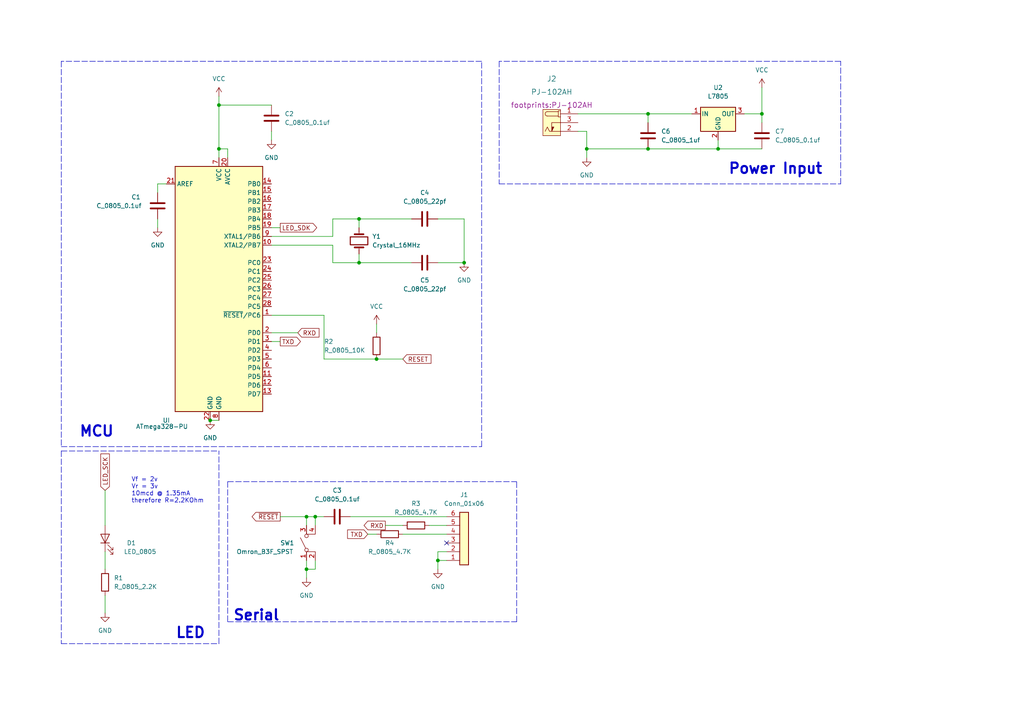
<source format=kicad_sch>
(kicad_sch (version 20211123) (generator eeschema)
  (paper "A4")
  (lib_symbols
    (symbol "HPS:ATmega328-PU"
      (property "Reference" "U" (at -11.43 39.37 0))
      (property "Value" "ATmega328-PU" (at -17.78 38.1 0))
      (symbol "ATmega328-PU_0_1"
        (rectangle (start -12.7 -35.56) (end 12.7 35.56) (stroke (width 0.254)) (fill (type background)))
      )
      (symbol "ATmega328-PU_1_1"
        (pin tri_state line (at 15.24 -7.62 180) (length 2.54) (name "~{RESET}/PC6") (number "1"))
        (pin tri_state line (at 15.24 12.7 180) (length 2.54) (name "XTAL2/PB7") (number "10"))
        (pin tri_state line (at 15.24 -25.4 180) (length 2.54) (name "PD5") (number "11"))
        (pin tri_state line (at 15.24 -27.94 180) (length 2.54) (name "PD6") (number "12"))
        (pin tri_state line (at 15.24 -30.48 180) (length 2.54) (name "PD7") (number "13"))
        (pin tri_state line (at 15.24 30.48 180) (length 2.54) (name "PB0") (number "14"))
        (pin tri_state line (at 15.24 27.94 180) (length 2.54) (name "PB1") (number "15"))
        (pin tri_state line (at 15.24 25.4 180) (length 2.54) (name "PB2") (number "16"))
        (pin tri_state line (at 15.24 22.86 180) (length 2.54) (name "PB3") (number "17"))
        (pin tri_state line (at 15.24 20.32 180) (length 2.54) (name "PB4") (number "18"))
        (pin tri_state line (at 15.24 17.78 180) (length 2.54) (name "PB5") (number "19"))
        (pin tri_state line (at 15.24 -12.7 180) (length 2.54) (name "PD0") (number "2"))
        (pin power_in line (at 2.54 38.1 270) (length 2.54) (name "AVCC") (number "20"))
        (pin passive line (at -15.24 30.48 0) (length 2.54) (name "AREF") (number "21"))
        (pin power_in line (at -2.54 -38.1 90) (length 2.54) (name "GND") (number "22"))
        (pin tri_state line (at 15.24 7.62 180) (length 2.54) (name "PC0") (number "23"))
        (pin tri_state line (at 15.24 5.08 180) (length 2.54) (name "PC1") (number "24"))
        (pin tri_state line (at 15.24 2.54 180) (length 2.54) (name "PC2") (number "25"))
        (pin tri_state line (at 15.24 0 180) (length 2.54) (name "PC3") (number "26"))
        (pin tri_state line (at 15.24 -2.54 180) (length 2.54) (name "PC4") (number "27"))
        (pin tri_state line (at 15.24 -5.08 180) (length 2.54) (name "PC5") (number "28"))
        (pin tri_state line (at 15.24 -15.24 180) (length 2.54) (name "PD1") (number "3"))
        (pin tri_state line (at 15.24 -17.78 180) (length 2.54) (name "PD2") (number "4"))
        (pin tri_state line (at 15.24 -20.32 180) (length 2.54) (name "PD3") (number "5"))
        (pin tri_state line (at 15.24 -22.86 180) (length 2.54) (name "PD4") (number "6"))
        (pin power_in line (at 0 38.1 270) (length 2.54) (name "VCC") (number "7"))
        (pin power_in line (at 0 -38.1 90) (length 2.54) (name "GND") (number "8"))
        (pin tri_state line (at 15.24 15.24 180) (length 2.54) (name "XTAL1/PB6") (number "9"))
      )
    )
    (symbol "HPS:C_0805_0.1uf" (pin_numbers hide) (pin_names (offset 0.254))
      (property "Reference" "C" (at 0.635 2.54 0))
      (property "Value" "C_0805_0.1uf" (at 0.635 -2.54 0))
      (symbol "C_0805_0.1uf_0_1"
        (polyline (pts (xy -2.032 -0.762) (xy 2.032 -0.762)) (stroke (width 0.508)))
        (polyline (pts (xy -2.032 0.762) (xy 2.032 0.762)) (stroke (width 0.508)))
      )
      (symbol "C_0805_0.1uf_1_1"
        (pin passive line (at 0 3.81 270) (length 2.794) (name "~") (number "1"))
        (pin passive line (at 0 -3.81 90) (length 2.794) (name "~") (number "2"))
      )
    )
    (symbol "HPS:C_0805_1uf" (pin_numbers hide) (pin_names (offset 0.254))
      (property "Reference" "C" (at 0.635 2.54 0))
      (property "Value" "C_0805_1uf" (at 0.635 -2.54 0))
      (symbol "C_0805_1uf_0_1"
        (polyline (pts (xy -2.032 -0.762) (xy 2.032 -0.762)) (stroke (width 0.508)))
        (polyline (pts (xy -2.032 0.762) (xy 2.032 0.762)) (stroke (width 0.508)))
      )
      (symbol "C_0805_1uf_1_1"
        (pin passive line (at 0 3.81 270) (length 2.794) (name "~") (number "1"))
        (pin passive line (at 0 -3.81 90) (length 2.794) (name "~") (number "2"))
      )
    )
    (symbol "HPS:C_0805_22pf" (pin_numbers hide) (pin_names (offset 0.254))
      (property "Reference" "C" (at 0.635 2.54 0))
      (property "Value" "C_0805_22pf" (at 0.635 -2.54 0))
      (symbol "C_0805_22pf_0_1"
        (polyline (pts (xy -2.032 -0.762) (xy 2.032 -0.762)) (stroke (width 0.508)))
        (polyline (pts (xy -2.032 0.762) (xy 2.032 0.762)) (stroke (width 0.508)))
      )
      (symbol "C_0805_22pf_1_1"
        (pin passive line (at 0 3.81 270) (length 2.794) (name "~") (number "1"))
        (pin passive line (at 0 -3.81 90) (length 2.794) (name "~") (number "2"))
      )
    )
    (symbol "HPS:Conn_01x06" (pin_names (offset 1.016) hide)
      (property "Reference" "J" (at 0 7.62 0))
      (property "Value" "Conn_01x06" (at 0 -10.16 0))
      (symbol "Conn_01x06_1_1"
        (rectangle (start -1.27 6.35) (end 1.27 -8.89) (stroke (width 0.254)) (fill (type background)))
        (pin passive line (at -5.08 5.08 0) (length 3.81) (name "Pin_1") (number "1"))
        (pin passive line (at -5.08 2.54 0) (length 3.81) (name "Pin_2") (number "2"))
        (pin passive line (at -5.08 0 0) (length 3.81) (name "Pin_3") (number "3"))
        (pin passive line (at -5.08 -2.54 0) (length 3.81) (name "Pin_4") (number "4"))
        (pin passive line (at -5.08 -5.08 0) (length 3.81) (name "Pin_5") (number "5"))
        (pin passive line (at -5.08 -7.62 0) (length 3.81) (name "Pin_6") (number "6"))
      )
    )
    (symbol "HPS:Crystal_16MHz" (pin_numbers hide) (pin_names (offset 1.016) hide)
      (property "Reference" "Y" (at 0 3.81 0))
      (property "Value" "Crystal_16MHz" (at 0 -3.81 0))
      (symbol "Crystal_16MHz_0_1"
        (rectangle (start -1.143 2.54) (end 1.143 -2.54) (stroke (width 0.3048)))
        (polyline (pts (xy -2.54 0) (xy -1.905 0)))
        (polyline (pts (xy -1.905 -1.27) (xy -1.905 1.27)) (stroke (width 0.508)))
        (polyline (pts (xy 1.905 -1.27) (xy 1.905 1.27)) (stroke (width 0.508)))
        (polyline (pts (xy 2.54 0) (xy 1.905 0)))
      )
      (symbol "Crystal_16MHz_1_1"
        (pin passive line (at -3.81 0 0) (length 1.27) (name "1") (number "1"))
        (pin passive line (at 3.81 0 180) (length 1.27) (name "2") (number "2"))
      )
    )
    (symbol "HPS:GND" (power) (pin_names (offset 0))
      (property "Value" "GND" (at 0 -3.81 0))
      (symbol "GND_0_1"
        (polyline (pts (xy 0 0) (xy 0 -1.27) (xy 1.27 -1.27) (xy 0 -2.54) (xy -1.27 -1.27) (xy 0 -1.27)))
      )
      (symbol "GND_1_1"
        (pin power_in line (at 0 0 270) (length 0) hide (name "GND") (number "1"))
      )
    )
    (symbol "HPS:LED_0805" (pin_numbers hide) (pin_names (offset 1.016) hide)
      (property "Reference" "D" (at 0 2.54 0))
      (property "Value" "LED_0805" (at 0 -2.54 0))
      (symbol "LED_0805_0_1"
        (polyline (pts (xy -1.27 -1.27) (xy -1.27 1.27)) (stroke (width 0.2032)))
        (polyline (pts (xy -1.27 0) (xy 1.27 0)))
        (polyline (pts (xy 1.27 -1.27) (xy 1.27 1.27) (xy -1.27 0) (xy 1.27 -1.27)) (stroke (width 0.2032)))
        (polyline (pts (xy -3.048 -0.762) (xy -4.572 -2.286) (xy -3.81 -2.286) (xy -4.572 -2.286) (xy -4.572 -1.524)))
        (polyline (pts (xy -1.778 -0.762) (xy -3.302 -2.286) (xy -2.54 -2.286) (xy -3.302 -2.286) (xy -3.302 -1.524)))
      )
      (symbol "LED_0805_1_1"
        (pin passive line (at -3.81 0 0) (length 2.54) (name "K") (number "1"))
        (pin passive line (at 3.81 0 180) (length 2.54) (name "A") (number "2"))
      )
    )
    (symbol "HPS:Omron_B3F_SPST" (pin_names (offset 0) hide)
      (property "Reference" "SW" (at 0 5.08 0))
      (property "Value" "Omron_B3F_SPST" (at 0 2.54 0))
      (symbol "Omron_B3F_SPST_0_0"
        (circle (center -2.032 0) (radius 0.508))
        (polyline (pts (xy -1.524 0.254) (xy 1.524 1.778)))
        (circle (center 2.032 0) (radius 0.508))
      )
      (symbol "Omron_B3F_SPST_0_1"
        (polyline (pts (xy -2.54 0) (xy -2.54 -2.54)))
        (polyline (pts (xy 2.54 -2.54) (xy 2.54 0)))
      )
      (symbol "Omron_B3F_SPST_1_1"
        (pin passive line (at -5.08 0 0) (length 2.54) (name "A") (number "1"))
        (pin passive line (at -5.08 -2.54 0) (length 2.54) (name "A") (number "2"))
        (pin passive line (at 5.08 0 180) (length 2.54) (name "B") (number "3"))
        (pin passive line (at 5.08 -2.54 180) (length 2.54) (name "B") (number "4"))
      )
    )
    (symbol "HPS:PJ-102AH" (pin_names (offset 1.016) hide)
      (property "Reference" "J" (at -2.54 5.08 0))
      (property "Value" "PJ-102AH" (at 0 -5.334 0))
      (property "Footprint" "footprints:PJ-102AH" (at 0 -7.874 0))
      (symbol "PJ-102AH_0_1"
        (arc (start -3.81 3.175) (mid -4.445 2.54) (end -3.81 1.905))
        (polyline (pts (xy -0.635 1.905) (xy -3.81 1.905)))
        (polyline (pts (xy -0.635 1.905) (xy -0.635 3.175)))
        (polyline (pts (xy -0.635 3.175) (xy -3.81 3.175)))
        (polyline (pts (xy -2.54 -1.27) (xy -2.54 0) (xy 0 0)))
        (polyline (pts (xy -0.635 1.905) (xy -0.635 1.651) (xy 0 1.651)))
        (polyline (pts (xy -0.635 3.175) (xy -0.635 3.429) (xy 0 3.429)))
        (polyline (pts (xy -2.54 -2.54) (xy -1.905 -1.27) (xy -2.54 -1.27) (xy -2.54 -2.54)) (fill (type outline)))
        (polyline (pts (xy 0 -2.54) (xy -3.175 -2.54) (xy -3.81 -1.27) (xy -4.445 -2.54)))
        (rectangle (start 0 3.81) (end -5.08 -3.81) (fill (type background)))
      )
      (symbol "PJ-102AH_1_1"
        (pin passive line (at 5.08 2.54 180) (length 5.08) (name "POLE") (number "1"))
        (pin passive line (at 5.08 -2.54 180) (length 5.08) (name "OUT") (number "2"))
        (pin passive line (at 5.08 0 180) (length 5.08) (name "OUT") (number "3"))
      )
    )
    (symbol "HPS:R_0805_10K" (pin_numbers hide) (pin_names (offset 0))
      (property "Reference" "R" (at 2.032 0 90))
      (property "Value" "R_0805_10K" (at -2.54 0 90))
      (symbol "R_0805_10K_0_1"
        (rectangle (start -1.016 -2.54) (end 1.016 2.54) (stroke (width 0.254)))
      )
      (symbol "R_0805_10K_1_1"
        (pin passive line (at 0 3.81 270) (length 1.27) (name "~") (number "1"))
        (pin passive line (at 0 -3.81 90) (length 1.27) (name "~") (number "2"))
      )
    )
    (symbol "HPS:R_0805_2.2K" (pin_numbers hide) (pin_names (offset 0))
      (property "Reference" "R" (at 2.032 0 90))
      (property "Value" "R_0805_2.2K" (at -2.54 0 90))
      (symbol "R_0805_2.2K_0_1"
        (rectangle (start -1.016 -2.54) (end 1.016 2.54) (stroke (width 0.254)))
      )
      (symbol "R_0805_2.2K_1_1"
        (pin passive line (at 0 3.81 270) (length 1.27) (name "~") (number "1"))
        (pin passive line (at 0 -3.81 90) (length 1.27) (name "~") (number "2"))
      )
    )
    (symbol "HPS:R_0805_4.7K" (pin_numbers hide) (pin_names (offset 0))
      (property "Reference" "R" (at 2.032 0 90))
      (property "Value" "R_0805_4.7K" (at -2.54 0 90))
      (symbol "R_0805_4.7K_0_1"
        (rectangle (start -1.016 -2.54) (end 1.016 2.54) (stroke (width 0.254)))
      )
      (symbol "R_0805_4.7K_1_1"
        (pin passive line (at 0 3.81 270) (length 1.27) (name "~") (number "1"))
        (pin passive line (at 0 -3.81 90) (length 1.27) (name "~") (number "2"))
      )
    )
    (symbol "HPS:VCC" (power) (pin_names (offset 0))
      (property "Value" "VCC" (at 0 3.81 0))
      (symbol "VCC_0_1"
        (polyline (pts (xy -0.762 1.27) (xy 0 2.54)))
        (polyline (pts (xy 0 0) (xy 0 2.54)))
        (polyline (pts (xy 0 2.54) (xy 0.762 1.27)))
      )
      (symbol "VCC_1_1"
        (pin power_in line (at 0 0 90) (length 0) hide (name "VCC") (number "1"))
      )
    )
    (symbol "HPS_2:L7805" (pin_names (offset 0.254))
      (property "Reference" "U" (at -3.81 3.175 0))
      (property "Value" "L7805" (at 0 3.175 0))
      (symbol "L7805_0_1"
        (rectangle (start -5.08 1.905) (end 5.08 -5.08) (stroke (width 0.254)) (fill (type background)))
      )
      (symbol "L7805_1_1"
        (pin power_in line (at -7.62 0 0) (length 2.54) (name "IN") (number "1"))
        (pin power_in line (at 0 -7.62 90) (length 2.54) (name "GND") (number "2"))
        (pin power_out line (at 7.62 0 180) (length 2.54) (name "OUT") (number "3"))
      )
    )
  )
  (junction (at 60.96 121.92))
  (junction (at 208.28 43.18))
  (junction (at 109.22 104.14))
  (junction (at 220.98 33.02))
  (junction (at 104.14 63.5))
  (junction (at 63.5 30.48))
  (junction (at 127 162.56))
  (junction (at 187.96 33.02))
  (junction (at 134.62 76.2))
  (junction (at 170.18 43.18))
  (junction (at 88.9 149.86))
  (junction (at 63.5 43.18))
  (junction (at 88.9 165.1))
  (junction (at 104.14 76.2))
  (junction (at 91.44 149.86))
  (junction (at 187.96 43.18))
  (no_connect (at 129.54 157.48))
  (wire (pts (xy 88.9 165.1) (xy 88.9 167.64)))
  (wire (pts (xy 167.64 33.02) (xy 187.96 33.02)))
  (wire (pts (xy 220.98 33.02) (xy 215.9 33.02)))
  (wire (pts (xy 88.9 152.4) (xy 88.9 149.86)))
  (wire (pts (xy 106.68 154.94) (xy 109.22 154.94)))
  (polyline (pts (xy 17.78 130.81) (xy 17.78 186.69)))
  (wire (pts (xy 127 63.5) (xy 134.62 63.5)))
  (wire (pts (xy 45.72 53.34) (xy 45.72 55.88)))
  (polyline (pts (xy 17.78 186.69) (xy 63.5 186.69)))
  (wire (pts (xy 187.96 33.02) (xy 187.96 35.56)))
  (polyline (pts (xy 149.86 180.34) (xy 149.86 139.7)))
  (wire (pts (xy 93.98 91.44) (xy 93.98 104.14)))
  (wire (pts (xy 116.84 154.94) (xy 129.54 154.94)))
  (polyline (pts (xy 144.78 53.34) (xy 243.84 53.34)))
  (polyline (pts (xy 243.84 53.34) (xy 243.84 17.78)))
  (wire (pts (xy 78.74 91.44) (xy 93.98 91.44)))
  (wire (pts (xy 91.44 149.86) (xy 93.98 149.86)))
  (wire (pts (xy 127 160.02) (xy 127 162.56)))
  (wire (pts (xy 78.74 38.1) (xy 78.74 40.64)))
  (wire (pts (xy 48.26 53.34) (xy 45.72 53.34)))
  (wire (pts (xy 63.5 30.48) (xy 78.74 30.48)))
  (wire (pts (xy 93.98 104.14) (xy 109.22 104.14)))
  (wire (pts (xy 45.72 63.5) (xy 45.72 66.04)))
  (wire (pts (xy 208.28 43.18) (xy 220.98 43.18)))
  (wire (pts (xy 208.28 43.18) (xy 187.96 43.18)))
  (wire (pts (xy 170.18 43.18) (xy 187.96 43.18)))
  (wire (pts (xy 96.52 63.5) (xy 96.52 68.58)))
  (polyline (pts (xy 139.7 129.54) (xy 139.7 17.78)))
  (wire (pts (xy 63.5 43.18) (xy 63.5 45.72)))
  (wire (pts (xy 78.74 68.58) (xy 96.52 68.58)))
  (wire (pts (xy 78.74 99.06) (xy 81.28 99.06)))
  (wire (pts (xy 88.9 162.56) (xy 88.9 165.1)))
  (wire (pts (xy 96.52 76.2) (xy 104.14 76.2)))
  (wire (pts (xy 127 162.56) (xy 127 165.1)))
  (wire (pts (xy 124.46 152.4) (xy 129.54 152.4)))
  (polyline (pts (xy 139.7 17.78) (xy 17.78 17.78)))
  (wire (pts (xy 104.14 76.2) (xy 119.38 76.2)))
  (polyline (pts (xy 66.04 139.7) (xy 66.04 180.34)))
  (wire (pts (xy 91.44 165.1) (xy 88.9 165.1)))
  (wire (pts (xy 187.96 33.02) (xy 200.66 33.02)))
  (wire (pts (xy 60.96 121.92) (xy 63.5 121.92)))
  (wire (pts (xy 170.18 43.18) (xy 170.18 45.72)))
  (polyline (pts (xy 243.84 17.78) (xy 144.78 17.78)))
  (wire (pts (xy 167.64 38.1) (xy 170.18 38.1)))
  (wire (pts (xy 129.54 160.02) (xy 127 160.02)))
  (wire (pts (xy 91.44 152.4) (xy 91.44 149.86)))
  (wire (pts (xy 88.9 149.86) (xy 81.28 149.86)))
  (polyline (pts (xy 17.78 130.81) (xy 63.5 130.81)))
  (wire (pts (xy 111.76 152.4) (xy 116.84 152.4)))
  (polyline (pts (xy 17.78 17.78) (xy 17.78 129.54)))
  (polyline (pts (xy 144.78 17.78) (xy 144.78 53.34)))
  (wire (pts (xy 78.74 66.04) (xy 81.28 66.04)))
  (wire (pts (xy 127 76.2) (xy 134.62 76.2)))
  (wire (pts (xy 208.28 40.64) (xy 208.28 43.18)))
  (wire (pts (xy 104.14 63.5) (xy 119.38 63.5)))
  (wire (pts (xy 109.22 104.14) (xy 116.84 104.14)))
  (wire (pts (xy 30.48 172.72) (xy 30.48 177.8)))
  (wire (pts (xy 63.5 43.18) (xy 66.04 43.18)))
  (wire (pts (xy 63.5 30.48) (xy 63.5 43.18)))
  (wire (pts (xy 78.74 71.12) (xy 96.52 71.12)))
  (wire (pts (xy 63.5 27.94) (xy 63.5 30.48)))
  (wire (pts (xy 91.44 162.56) (xy 91.44 165.1)))
  (polyline (pts (xy 66.04 139.7) (xy 149.86 139.7)))
  (wire (pts (xy 66.04 45.72) (xy 66.04 43.18)))
  (wire (pts (xy 134.62 63.5) (xy 134.62 76.2)))
  (polyline (pts (xy 63.5 186.69) (xy 63.5 130.81)))
  (wire (pts (xy 30.48 160.02) (xy 30.48 165.1)))
  (polyline (pts (xy 66.04 180.34) (xy 149.86 180.34)))
  (wire (pts (xy 104.14 66.04) (xy 104.14 63.5)))
  (wire (pts (xy 88.9 149.86) (xy 91.44 149.86)))
  (wire (pts (xy 96.52 71.12) (xy 96.52 76.2)))
  (wire (pts (xy 129.54 162.56) (xy 127 162.56)))
  (wire (pts (xy 86.36 96.52) (xy 78.74 96.52)))
  (wire (pts (xy 96.52 63.5) (xy 104.14 63.5)))
  (wire (pts (xy 220.98 25.4) (xy 220.98 33.02)))
  (wire (pts (xy 170.18 38.1) (xy 170.18 43.18)))
  (polyline (pts (xy 17.78 129.54) (xy 139.7 129.54)))
  (wire (pts (xy 101.6 149.86) (xy 129.54 149.86)))
  (wire (pts (xy 220.98 35.56) (xy 220.98 33.02)))
  (wire (pts (xy 30.48 142.24) (xy 30.48 152.4)))
  (wire (pts (xy 109.22 93.98) (xy 109.22 96.52)))
  (wire (pts (xy 104.14 73.66) (xy 104.14 76.2)))
  (text "LED" (at 50.8 185.42 0) (effects (font (size 3 3) (thickness 0.6) bold) (justify left bottom)))
  (text "Vf = 2v\nVr = 3v\n10mcd @ 1.35mA\ntherefore R=2.2KOhm" (at 38.1 146.05 0) (effects (font (size 1.27 1.27)) (justify left bottom)))
  (text "MCU" (at 22.86 127 0) (effects (font (size 3 3) bold) (justify left bottom)))
  (text "Serial" (at 81.28 180.34 180) (effects (font (size 3 3) (thickness 0.6) bold) (justify right bottom)))
  (text "Power Input" (at 238.76 50.8 180) (effects (font (size 3 3) bold) (justify right bottom)))
  (global_label "RESET" (shape input) (at 116.84 104.14 0) (property "Intersheet References" "${INTERSHEET_REFS}" (effects hide)))
  (global_label "LED_SCK" (shape input) (at 30.48 142.24 90) (property "Intersheet References" "${INTERSHEET_REFS}" (effects hide)))
  (global_label "RXD" (shape input) (at 86.36 96.52 0) (property "Intersheet References" "${INTERSHEET_REFS}" (effects hide)))
  (global_label "RXD" (shape output) (at 111.76 152.4 180) (property "Intersheet References" "${INTERSHEET_REFS}" (effects hide)))
  (global_label "~{RESET}" (shape output) (at 81.28 149.86 180) (property "Intersheet References" "${INTERSHEET_REFS}" (effects hide)))
  (global_label "TXD" (shape input) (at 106.68 154.94 180) (property "Intersheet References" "${INTERSHEET_REFS}" (effects hide)))
  (global_label "TXD" (shape output) (at 81.28 99.06 0) (property "Intersheet References" "${INTERSHEET_REFS}" (effects hide)))
  (global_label "LED_SDK" (shape output) (at 81.28 66.04 0) (property "Intersheet References" "${INTERSHEET_REFS}" (effects hide)))
  (symbol (lib_id "HPS:R_0805_2.2K") (at 30.48 168.91 0) (unit 1)
    (property "Reference" "R1" (at 33.02 167.6399 0) (effects (justify left)))
    (property "Value" "R_0805_2.2K" (at 33.02 170.1799 0) (effects (justify left)))
    (property "Footprint" "footprints:R_0805_2012Metric" (effects hide))
    (property "Datasheet" "https://www.digikey.com/en/products/detail/yageo/RC0805FR-072K2L/727676" (effects hide))
    (property "MFG" "N/A" (effects hide))
    (property "MPN" "N/A" (effects hide))
    (property "Digikey PN" "311-2.20KCRCT-ND" (effects hide))
    (property "Mouser PN" "N/A" (effects hide))
    (property "Power" "N/A" (effects hide))
    (property "Tolerance" "N/A" (effects hide))
  )
  (symbol (lib_id "HPS:GND") (at 45.72 66.04 0) (unit 1)
    (property "Reference" "#PWR?" (effects hide))
    (property "Value" "GND" (at 45.72 71.12 0))
  )
  (symbol (lib_id "HPS:Omron_B3F_SPST") (at 88.9 157.48 90) (unit 1)
    (property "Reference" "SW1" (at 81.28 157.48 90) (effects (justify right)))
    (property "Value" "Omron_B3F_SPST" (at 68.58 160.02 90) (effects (justify right)))
    (property "Footprint" "footprints:SW_SPST_Omron_B3FS-100xP" (effects hide))
    (property "Datasheet" "https://omronfs.omron.com/en_US/ecb/products/pdf/en-b3fs.pdf" (effects hide))
    (property "MFG" "Omron Electronics Inc-EMC Div" (effects hide))
    (property "MPN" "B3FS-1000P" (effects hide))
    (property "Digikey PN" "SW423CT-ND" (effects hide))
    (property "Mouser PN" "N/A" (effects hide))
  )
  (symbol (lib_id "HPS:R_0805_4.7K") (at 120.65 152.4 90) (unit 1)
    (property "Reference" "R3" (at 120.65 146.05 90))
    (property "Value" "R_0805_4.7K" (at 120.65 148.59 90))
    (property "Footprint" "footprints:R_0805_2012Metric" (effects hide))
    (property "Datasheet" "https://www.digikey.com/en/products/detail/yageo/RC0805FR-074K7L/727929" (effects hide))
    (property "MFG" "Yageo" (effects hide))
    (property "MPN" "RC0805FR-074K7L" (effects hide))
    (property "Digikey PN" "311-4.70KCRCT-ND" (effects hide))
    (property "Mouser PN" "N/A" (effects hide))
    (property "Power" "N/A" (effects hide))
    (property "Tolerance" "N/A" (effects hide))
  )
  (symbol (lib_id "HPS:C_0805_0.1uf") (at 45.72 59.69 0) (unit 1)
    (property "Reference" "C1" (at 38.1 57.15 0) (effects (justify left)))
    (property "Value" "C_0805_0.1uf" (at 27.94 59.69 0) (effects (justify left)))
    (property "Footprint" "footprints:C_0805_2012Metric" (effects hide))
    (property "Datasheet" "https://datasheets.avx.com/X7RDielectric.pdf" (effects hide))
    (property "MFG" "AVX Corporation" (effects hide))
    (property "MPN" "08055C104KAT2A" (effects hide))
    (property "Digikey PN" "478-1395-1-ND" (effects hide))
    (property "Mouser PN" "N/A" (effects hide))
    (property "Voltage" "N/A" (effects hide))
    (property "Dielectric" "N/A" (effects hide))
    (property "Tolerance" "N/A" (effects hide))
  )
  (symbol (lib_id "HPS:GND") (at 127 165.1 0) (unit 1)
    (property "Reference" "#PWR?" (effects hide))
    (property "Value" "GND" (at 127 170.18 0))
  )
  (symbol (lib_id "HPS:PJ-102AH") (at 162.56 35.56 0) (unit 1)
    (property "Reference" "J2" (at 160.02 22.86 0) (effects (font (size 1.524 1.524))))
    (property "Value" "PJ-102AH" (at 160.02 26.67 0) (effects (font (size 1.524 1.524))))
    (property "Footprint" "footprints:PJ-102AH" (at 160.02 30.48 0) (effects (font (size 1.524 1.524))))
    (property "Datasheet" "https://www.cuidevices.com/product/resource/pj-102ah.pdf" (effects hide))
    (property "MFG" "CUI Devices" (effects hide))
    (property "MPN" "PJ-102AH" (effects hide))
    (property "Digikey PN" "CP-102AH-ND" (effects hide))
    (property "Mouser PN" "490-PJ-102AH" (effects hide))
  )
  (symbol (lib_id "HPS:GND") (at 170.18 45.72 0) (unit 1)
    (property "Reference" "#PWR?" (effects hide))
    (property "Value" "GND" (at 170.18 50.8 0))
  )
  (symbol (lib_id "HPS:C_0805_0.1uf") (at 78.74 34.29 0) (unit 1)
    (property "Reference" "C2" (at 82.55 33.0199 0) (effects (justify left)))
    (property "Value" "C_0805_0.1uf" (at 82.55 35.5599 0) (effects (justify left)))
    (property "Footprint" "footprints:C_0805_2012Metric" (effects hide))
    (property "Datasheet" "https://datasheets.avx.com/X7RDielectric.pdf" (effects hide))
    (property "MFG" "AVX Corporation" (effects hide))
    (property "MPN" "08055C104KAT2A" (effects hide))
    (property "Digikey PN" "478-1395-1-ND" (effects hide))
    (property "Mouser PN" "N/A" (effects hide))
    (property "Voltage" "N/A" (effects hide))
    (property "Dielectric" "N/A" (effects hide))
    (property "Tolerance" "N/A" (effects hide))
  )
  (symbol (lib_id "HPS:C_0805_22pf") (at 123.19 76.2 90) (unit 1)
    (property "Reference" "C5" (at 123.19 81.28 90))
    (property "Value" "C_0805_22pf" (at 123.19 83.82 90))
    (property "Footprint" "footprints:C_0805_2012Metric" (effects hide))
    (property "Datasheet" "https://www.yageo.com/upload/media/product/productsearch/datasheet/mlcc/UPY-GP_NP0_16V-to-50V_18.pdf" (effects hide))
    (property "MFG" "Yageo" (effects hide))
    (property "MPN" "CC0805JRNPO9BN220" (effects hide))
    (property "Digikey PN" "311-1103-1-ND" (effects hide))
    (property "Mouser PN" "N/A" (effects hide))
    (property "Voltage" "N/A" (effects hide))
    (property "Dielectric" "N/A" (effects hide))
    (property "Tolerance" "N/A" (effects hide))
  )
  (symbol (lib_id "HPS:VCC") (at 63.5 27.94 0) (unit 1)
    (property "Reference" "#PWR?" (effects hide))
    (property "Value" "VCC" (at 63.5 22.86 0))
  )
  (symbol (lib_id "HPS:GND") (at 134.62 76.2 0) (unit 1)
    (property "Reference" "#PWR?" (effects hide))
    (property "Value" "GND" (at 134.62 81.28 0))
  )
  (symbol (lib_id "HPS:Conn_01x06") (at 134.62 157.48 0) (mirror x) (unit 1)
    (property "Reference" "J1" (at 134.62 143.51 0))
    (property "Value" "Conn_01x06" (at 134.62 146.05 0))
    (property "Footprint" "footprints:PinHeader_1x06_P2.54mm_Vertical" (effects hide))
    (property "Datasheet" "https://www.we-online.de/katalog/datasheet/6130xx11121.pdf" (effects hide))
    (property "MFG" "Würth Elektronik" (effects hide))
    (property "MPN" "61300611121" (effects hide))
    (property "Digikey PN" "732-5319-ND" (effects hide))
    (property "Mouser PN" "N/A" (effects hide))
  )
  (symbol (lib_id "HPS:GND") (at 60.96 121.92 0) (unit 1)
    (property "Reference" "#PWR?" (effects hide))
    (property "Value" "GND" (at 60.96 127 0))
  )
  (symbol (lib_id "HPS:VCC") (at 109.22 93.98 0) (unit 1)
    (property "Reference" "#PWR?" (effects hide))
    (property "Value" "VCC" (at 109.22 88.9 0))
  )
  (symbol (lib_id "HPS:C_0805_22pf") (at 123.19 63.5 270) (unit 1)
    (property "Reference" "C4" (at 123.19 55.88 90))
    (property "Value" "C_0805_22pf" (at 123.19 58.42 90))
    (property "Footprint" "footprints:C_0805_2012Metric" (effects hide))
    (property "Datasheet" "https://www.yageo.com/upload/media/product/productsearch/datasheet/mlcc/UPY-GP_NP0_16V-to-50V_18.pdf" (effects hide))
    (property "MFG" "Yageo" (effects hide))
    (property "MPN" "CC0805JRNPO9BN220" (effects hide))
    (property "Digikey PN" "311-1103-1-ND" (effects hide))
    (property "Mouser PN" "N/A" (effects hide))
    (property "Voltage" "N/A" (effects hide))
    (property "Dielectric" "N/A" (effects hide))
    (property "Tolerance" "N/A" (effects hide))
  )
  (symbol (lib_id "HPS:GND") (at 78.74 40.64 0) (unit 1)
    (property "Reference" "#PWR?" (effects hide))
    (property "Value" "GND" (at 78.74 45.72 0))
  )
  (symbol (lib_id "HPS:LED_0805") (at 30.48 156.21 90) (unit 1)
    (property "Reference" "D1" (at 38.1 157.48 90))
    (property "Value" "LED_0805" (at 40.64 160.02 90))
    (property "Footprint" "footprints:LED_0805_2012Metric" (effects hide))
    (property "Datasheet" "https://www.we-online.de/katalog/datasheet/150080RS75000.pdf" (effects hide))
    (property "MFG" "Würth Elektronik" (effects hide))
    (property "MPN" "150080RS75000" (effects hide))
    (property "Digikey PN" "732-4984-1-ND" (effects hide))
    (property "Mouser PN" "N/A" (effects hide))
  )
  (symbol (lib_id "HPS:GND") (at 30.48 177.8 0) (unit 1)
    (property "Reference" "#PWR?" (effects hide))
    (property "Value" "GND" (at 30.48 182.88 0))
  )
  (symbol (lib_id "HPS:R_0805_4.7K") (at 113.03 154.94 270) (mirror x) (unit 1)
    (property "Reference" "R4" (at 113.03 157.48 90))
    (property "Value" "R_0805_4.7K" (at 113.03 160.02 90))
    (property "Footprint" "footprints:R_0805_2012Metric" (effects hide))
    (property "Datasheet" "https://www.digikey.com/en/products/detail/yageo/RC0805FR-074K7L/727929" (effects hide))
    (property "MFG" "Yageo" (effects hide))
    (property "MPN" "RC0805FR-074K7L" (effects hide))
    (property "Digikey PN" "311-4.70KCRCT-ND" (effects hide))
    (property "Mouser PN" "N/A" (effects hide))
    (property "Power" "N/A" (effects hide))
    (property "Tolerance" "N/A" (effects hide))
  )
  (symbol (lib_id "HPS:C_0805_0.1uf") (at 97.79 149.86 90) (unit 1)
    (property "Reference" "C3" (at 97.79 142.24 90))
    (property "Value" "C_0805_0.1uf" (at 97.79 144.78 90))
    (property "Footprint" "footprints:C_0805_2012Metric" (effects hide))
    (property "Datasheet" "https://datasheets.avx.com/X7RDielectric.pdf" (effects hide))
    (property "MFG" "AVX Corporation" (effects hide))
    (property "MPN" "08055C104KAT2A" (effects hide))
    (property "Digikey PN" "478-1395-1-ND" (effects hide))
    (property "Mouser PN" "N/A" (effects hide))
    (property "Voltage" "N/A" (effects hide))
    (property "Dielectric" "N/A" (effects hide))
    (property "Tolerance" "N/A" (effects hide))
  )
  (symbol (lib_id "HPS:ATmega328-PU") (at 63.5 83.82 0) (unit 1)
    (property "Reference" "UI" (at 48.26 121.92 0))
    (property "Value" "ATmega328-PU" (at 46.99 123.7107 0))
    (property "Footprint" "footprints:DIP-28_W7.62mm" (effects hide))
    (property "Datasheet" "http://www.microchip.com/mymicrochip/filehandler.aspx?ddocname=en608326" (effects hide))
    (property "MFG" "On Shore Technology Inc." (effects hide))
    (property "MPN" "ED281DT" (effects hide))
    (property "Digikey PN" "ED3050-5-ND" (effects hide))
    (property "Mouser PN" "N/A" (effects hide))
  )
  (symbol (lib_id "HPS:GND") (at 88.9 167.64 0) (unit 1)
    (property "Reference" "#PWR?" (effects hide))
    (property "Value" "GND" (at 88.9 172.72 0))
  )
  (symbol (lib_id "HPS:Crystal_16MHz") (at 104.14 69.85 90) (unit 1)
    (property "Reference" "Y1" (at 107.95 68.5799 90) (effects (justify right)))
    (property "Value" "Crystal_16MHz" (at 107.95 71.1199 90) (effects (justify right)))
    (property "Footprint" "footprints:Crystal_SMD_HC49-SD" (effects hide))
    (property "Datasheet" "https://ecsxtal.com/store/pdf/csm-7x-dn.pdf" (effects hide))
    (property "MFG" "ECS Inc." (effects hide))
    (property "MPN" "ECS-160-20-5PXDN-TR" (effects hide))
    (property "Digikey PN" "XC1299CT-ND" (effects hide))
    (property "Mouser PN" "N/A" (effects hide))
  )
  (symbol (lib_id "HPS:C_0805_0.1uf") (at 220.98 39.37 0) (unit 1)
    (property "Reference" "C7" (at 224.79 38.0999 0) (effects (justify left)))
    (property "Value" "C_0805_0.1uf" (at 224.79 40.6399 0) (effects (justify left)))
    (property "Footprint" "footprints:C_0805_2012Metric" (effects hide))
    (property "Datasheet" "https://datasheets.avx.com/X7RDielectric.pdf" (effects hide))
    (property "MFG" "AVX Corporation" (effects hide))
    (property "MPN" "08055C104KAT2A" (effects hide))
    (property "Digikey PN" "478-1395-1-ND" (effects hide))
    (property "Mouser PN" "N/A" (effects hide))
    (property "Voltage" "N/A" (effects hide))
    (property "Dielectric" "N/A" (effects hide))
    (property "Tolerance" "N/A" (effects hide))
  )
  (symbol (lib_id "HPS:C_0805_1uf") (at 187.96 39.37 0) (unit 1)
    (property "Reference" "C6" (at 191.77 38.0999 0) (effects (justify left)))
    (property "Value" "C_0805_1uf" (at 191.77 40.6399 0) (effects (justify left)))
    (property "Footprint" "footprints:C_0805_2012Metric" (effects hide))
    (property "Datasheet" "https://www.yageo.com/upload/media/product/productsearch/datasheet/mlcc/UPY-GPHC_X7R_6.3V-to-50V_18.pdf" (effects hide))
    (property "MFG" "Yageo" (effects hide))
    (property "MPN" "CC0805KKX7R8BB105" (effects hide))
    (property "Digikey PN" "311-1456-1-ND" (effects hide))
    (property "Mouser PN" "N/A" (effects hide))
    (property "Voltage" "N/A" (effects hide))
    (property "Dielectric" "N/A" (effects hide))
    (property "Tolerance" "N/A" (effects hide))
  )
  (symbol (lib_id "HPS:VCC") (at 220.98 25.4 0) (unit 1)
    (property "Reference" "#PWR?" (effects hide))
    (property "Value" "VCC" (at 220.98 20.32 0))
  )
  (symbol (lib_id "HPS:R_0805_10K") (at 109.22 100.33 0) (unit 1)
    (property "Reference" "R2" (at 93.98 99.06 0) (effects (justify left)))
    (property "Value" "R_0805_10K" (at 93.98 101.6 0) (effects (justify left)))
    (property "Footprint" "footprints:R_0805_2012Metric" (effects hide))
    (property "Datasheet" "https://www.digikey.com/en/products/detail/yageo/RC0805FR-0710KL/727535" (effects hide))
    (property "MFG" "Yageo" (effects hide))
    (property "MPN" "RC0805FR-0710KL" (effects hide))
    (property "Digikey PN" "311-10.0KCRCT-ND" (effects hide))
    (property "Mouser PN" "N/A" (effects hide))
    (property "Power" "N/A" (effects hide))
    (property "Tolerance" "N/A" (effects hide))
  )
  (symbol (lib_id "HPS_2:L7805") (at 208.28 33.02 0) (unit 1)
    (property "Reference" "U2" (at 208.28 25.4 0))
    (property "Value" "L7805" (at 208.28 27.94 0))
    (property "Datasheet" "http://www.st.com/content/ccc/resource/technical/document/datasheet/41/4f/b3/b0/12/d4/47/88/CD00000444.pdf/files/CD00000444.pdf/jcr:content/translations/en.CD00000444.pdf" (effects hide))
  )
)
</source>
